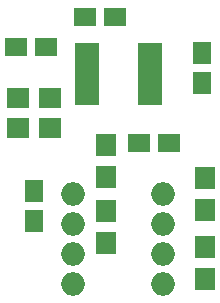
<source format=gbr>
G04 #@! TF.FileFunction,Soldermask,Top*
%FSLAX46Y46*%
G04 Gerber Fmt 4.6, Leading zero omitted, Abs format (unit mm)*
G04 Created by KiCad (PCBNEW 4.0.2+e4-6225~38~ubuntu16.04.1-stable) date fre  5 aug 2016 15:05:03*
%MOMM*%
G01*
G04 APERTURE LIST*
%ADD10C,0.100000*%
%ADD11O,2.000000X2.000000*%
%ADD12R,1.650000X1.900000*%
%ADD13R,1.900000X1.650000*%
%ADD14R,1.700000X1.900000*%
%ADD15R,1.900000X1.700000*%
%ADD16R,2.000000X0.810000*%
G04 APERTURE END LIST*
D10*
D11*
X117602000Y-126238000D03*
X117602000Y-123698000D03*
X117602000Y-121158000D03*
X117602000Y-118618000D03*
X109982000Y-118618000D03*
X109982000Y-121158000D03*
X109982000Y-123698000D03*
X109982000Y-126238000D03*
D12*
X120904000Y-106700000D03*
X120904000Y-109200000D03*
D13*
X118090000Y-114300000D03*
X115590000Y-114300000D03*
D12*
X106680000Y-120884000D03*
X106680000Y-118384000D03*
D13*
X105176000Y-106172000D03*
X107676000Y-106172000D03*
X113518000Y-103632000D03*
X111018000Y-103632000D03*
D14*
X121158000Y-119968000D03*
X121158000Y-117268000D03*
X121158000Y-125810000D03*
X121158000Y-123110000D03*
X112776000Y-117174000D03*
X112776000Y-114474000D03*
X112776000Y-122762000D03*
X112776000Y-120062000D03*
D15*
X108030000Y-113030000D03*
X105330000Y-113030000D03*
X108030000Y-110490000D03*
X105330000Y-110490000D03*
D16*
X111137700Y-106235500D03*
X111137700Y-106870500D03*
X111137700Y-107505500D03*
X111137700Y-108140500D03*
X111137700Y-108775500D03*
X111137700Y-109410500D03*
X111137700Y-110045500D03*
X111137700Y-110680500D03*
X116446300Y-110680500D03*
X116446300Y-110045500D03*
X116446300Y-109410500D03*
X116446300Y-108775500D03*
X116446300Y-108140500D03*
X116446300Y-107505500D03*
X116446300Y-106870500D03*
X116446300Y-106235500D03*
M02*

</source>
